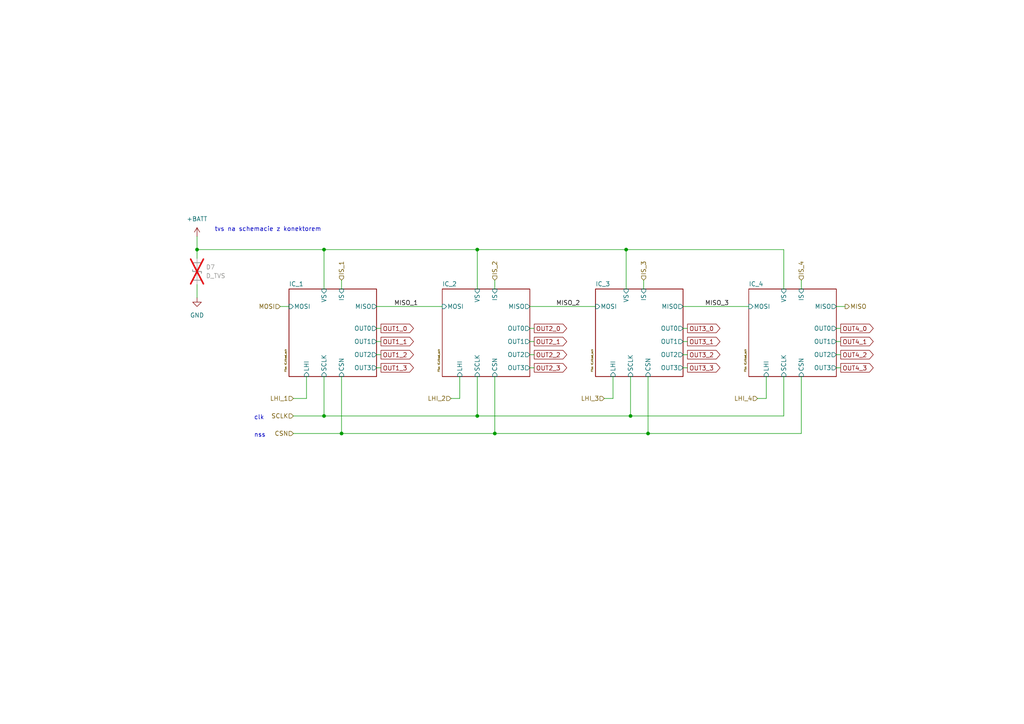
<source format=kicad_sch>
(kicad_sch (version 20231120) (generator "eeschema") (generator_version "8.0")
  (paper "A4")
  (lib_symbols
    (symbol "Device:D_TVS" (pin_numbers hide) (pin_names (offset 1.016) hide)
      (property "Reference" "D" (at 0 2.54 0))
      (property "Value" "D_TVS" (at 0 -2.54 0))
      (symbol "D_TVS_0_1"
        (polyline (pts (xy 1.27 0) (xy -1.27 0)))
        (polyline (pts (xy 0.508 1.27) (xy 0 1.27) (xy 0 -1.27) (xy -0.508 -1.27)) (stroke (width 0.254)))
        (polyline (pts (xy -2.54 1.27) (xy -2.54 -1.27) (xy 2.54 1.27) (xy 2.54 -1.27) (xy -2.54 1.27)) (stroke (width 0.254)))
      )
      (symbol "D_TVS_1_1"
        (pin passive line (at -3.81 0 0) (length 2.54) (name "A1") (number "1"))
        (pin passive line (at 3.81 0 180) (length 2.54) (name "A2") (number "2"))
      )
    )
    (symbol "power:+BATT" (power) (pin_names (offset 0))
      (property "Value" "+BATT" (at 0 3.556 0))
      (symbol "+BATT_0_1"
        (polyline (pts (xy -0.762 1.27) (xy 0 2.54)))
        (polyline (pts (xy 0 0) (xy 0 2.54)))
        (polyline (pts (xy 0 2.54) (xy 0.762 1.27)))
      )
      (symbol "+BATT_1_1"
        (pin power_in line (at 0 0 90) (length 0) hide (name "+BATT") (number "1"))
      )
    )
    (symbol "power:GND" (power) (pin_names (offset 0))
      (property "Value" "GND" (at 0 -3.81 0))
      (symbol "GND_0_1"
        (polyline (pts (xy 0 0) (xy 0 -1.27) (xy 1.27 -1.27) (xy 0 -2.54) (xy -1.27 -1.27) (xy 0 -1.27)))
      )
      (symbol "GND_1_1"
        (pin power_in line (at 0 0 270) (length 0) hide (name "GND") (number "1"))
      )
    )
  )
  (junction (at 93.98 72.39))
  (junction (at 57.15 72.39))
  (junction (at 138.43 72.39))
  (junction (at 93.98 120.65))
  (junction (at 181.61 72.39))
  (junction (at 143.51 125.73))
  (junction (at 99.06 125.73))
  (junction (at 187.96 125.73))
  (junction (at 138.43 120.65))
  (junction (at 182.88 120.65))
  (wire (pts (xy 57.15 72.39) (xy 93.98 72.39)))
  (wire (pts (xy 198.12 88.9) (xy 217.17 88.9)))
  (wire (pts (xy 181.61 72.39) (xy 227.33 72.39)))
  (wire (pts (xy 232.41 81.28) (xy 232.41 83.82)))
  (wire (pts (xy 138.43 120.65) (xy 182.88 120.65)))
  (wire (pts (xy 182.88 120.65) (xy 227.33 120.65)))
  (wire (pts (xy 138.43 72.39) (xy 138.43 83.82)))
  (wire (pts (xy 242.57 95.25) (xy 243.84 95.25)))
  (wire (pts (xy 109.22 88.9) (xy 128.27 88.9)))
  (wire (pts (xy 93.98 72.39) (xy 93.98 83.82)))
  (wire (pts (xy 153.67 99.06) (xy 154.94 99.06)))
  (wire (pts (xy 242.57 106.68) (xy 243.84 106.68)))
  (wire (pts (xy 143.51 81.28) (xy 143.51 83.82)))
  (wire (pts (xy 85.09 125.73) (xy 99.06 125.73)))
  (wire (pts (xy 57.15 68.58) (xy 57.15 72.39)))
  (wire (pts (xy 109.22 106.68) (xy 110.49 106.68)))
  (wire (pts (xy 99.06 109.22) (xy 99.06 125.73)))
  (wire (pts (xy 143.51 109.22) (xy 143.51 125.73)))
  (wire (pts (xy 85.09 120.65) (xy 93.98 120.65)))
  (wire (pts (xy 187.96 125.73) (xy 232.41 125.73)))
  (wire (pts (xy 242.57 99.06) (xy 243.84 99.06)))
  (wire (pts (xy 99.06 125.73) (xy 143.51 125.73)))
  (wire (pts (xy 109.22 102.87) (xy 110.49 102.87)))
  (wire (pts (xy 109.22 95.25) (xy 110.49 95.25)))
  (wire (pts (xy 88.9 115.57) (xy 88.9 109.22)))
  (wire (pts (xy 93.98 120.65) (xy 138.43 120.65)))
  (wire (pts (xy 186.69 81.28) (xy 186.69 83.82)))
  (wire (pts (xy 198.12 99.06) (xy 199.39 99.06)))
  (wire (pts (xy 175.26 115.57) (xy 177.8 115.57)))
  (wire (pts (xy 222.25 115.57) (xy 222.25 109.22)))
  (wire (pts (xy 182.88 109.22) (xy 182.88 120.65)))
  (wire (pts (xy 153.67 88.9) (xy 172.72 88.9)))
  (wire (pts (xy 227.33 109.22) (xy 227.33 120.65)))
  (wire (pts (xy 198.12 102.87) (xy 199.39 102.87)))
  (wire (pts (xy 99.06 81.28) (xy 99.06 83.82)))
  (wire (pts (xy 138.43 109.22) (xy 138.43 120.65)))
  (wire (pts (xy 181.61 72.39) (xy 181.61 83.82)))
  (wire (pts (xy 81.28 88.9) (xy 83.82 88.9)))
  (wire (pts (xy 143.51 125.73) (xy 187.96 125.73)))
  (wire (pts (xy 93.98 109.22) (xy 93.98 120.65)))
  (wire (pts (xy 153.67 102.87) (xy 154.94 102.87)))
  (wire (pts (xy 242.57 88.9) (xy 245.11 88.9)))
  (wire (pts (xy 109.22 99.06) (xy 110.49 99.06)))
  (wire (pts (xy 133.35 115.57) (xy 133.35 109.22)))
  (wire (pts (xy 138.43 72.39) (xy 181.61 72.39)))
  (wire (pts (xy 153.67 95.25) (xy 154.94 95.25)))
  (wire (pts (xy 187.96 109.22) (xy 187.96 125.73)))
  (wire (pts (xy 219.71 115.57) (xy 222.25 115.57)))
  (wire (pts (xy 130.81 115.57) (xy 133.35 115.57)))
  (wire (pts (xy 93.98 72.39) (xy 138.43 72.39)))
  (wire (pts (xy 85.09 115.57) (xy 88.9 115.57)))
  (wire (pts (xy 198.12 106.68) (xy 199.39 106.68)))
  (wire (pts (xy 153.67 106.68) (xy 154.94 106.68)))
  (wire (pts (xy 198.12 95.25) (xy 199.39 95.25)))
  (wire (pts (xy 57.15 72.39) (xy 57.15 74.93)))
  (wire (pts (xy 177.8 115.57) (xy 177.8 109.22)))
  (wire (pts (xy 57.15 82.55) (xy 57.15 86.36)))
  (wire (pts (xy 232.41 109.22) (xy 232.41 125.73)))
  (wire (pts (xy 227.33 72.39) (xy 227.33 83.82)))
  (wire (pts (xy 242.57 102.87) (xy 243.84 102.87)))
  (text "nss" (at 73.66 127 0) (effects (font (size 1.27 1.27)) (justify left bottom)))
  (text "clk" (at 73.66 121.92 0) (effects (font (size 1.27 1.27)) (justify left bottom)))
  (text "tvs na schemacie z konektorem" (at 62.23 67.31 0) (effects (font (size 1.27 1.27)) (justify left bottom)))
  (label "MISO_3" (at 204.47 88.9 0))
  (label "MISO_2" (at 161.29 88.9 0))
  (label "MISO_1" (at 114.3 88.9 0))
  (global_label "OUT3_3" (shape output) (at 199.39 106.68 0) (property "Intersheetrefs" "${INTERSHEET_REFS}" (effects (hide yes))))
  (global_label "OUT2_0" (shape output) (at 154.94 95.25 0) (property "Intersheetrefs" "${INTERSHEET_REFS}" (effects (hide yes))))
  (global_label "OUT3_2" (shape output) (at 199.39 102.87 0) (property "Intersheetrefs" "${INTERSHEET_REFS}" (effects (hide yes))))
  (global_label "OUT1_1" (shape output) (at 110.49 99.06 0) (property "Intersheetrefs" "${INTERSHEET_REFS}" (effects (hide yes))))
  (global_label "OUT2_2" (shape output) (at 154.94 102.87 0) (property "Intersheetrefs" "${INTERSHEET_REFS}" (effects (hide yes))))
  (global_label "OUT4_2" (shape output) (at 243.84 102.87 0) (property "Intersheetrefs" "${INTERSHEET_REFS}" (effects (hide yes))))
  (global_label "OUT4_0" (shape output) (at 243.84 95.25 0) (property "Intersheetrefs" "${INTERSHEET_REFS}" (effects (hide yes))))
  (global_label "OUT3_1" (shape output) (at 199.39 99.06 0) (property "Intersheetrefs" "${INTERSHEET_REFS}" (effects (hide yes))))
  (global_label "OUT3_0" (shape output) (at 199.39 95.25 0) (property "Intersheetrefs" "${INTERSHEET_REFS}" (effects (hide yes))))
  (global_label "OUT1_0" (shape output) (at 110.49 95.25 0) (property "Intersheetrefs" "${INTERSHEET_REFS}" (effects (hide yes))))
  (global_label "OUT1_3" (shape output) (at 110.49 106.68 0) (property "Intersheetrefs" "${INTERSHEET_REFS}" (effects (hide yes))))
  (global_label "OUT1_2" (shape output) (at 110.49 102.87 0) (property "Intersheetrefs" "${INTERSHEET_REFS}" (effects (hide yes))))
  (global_label "OUT2_1" (shape output) (at 154.94 99.06 0) (property "Intersheetrefs" "${INTERSHEET_REFS}" (effects (hide yes))))
  (global_label "OUT4_3" (shape output) (at 243.84 106.68 0) (property "Intersheetrefs" "${INTERSHEET_REFS}" (effects (hide yes))))
  (global_label "OUT4_1" (shape output) (at 243.84 99.06 0) (property "Intersheetrefs" "${INTERSHEET_REFS}" (effects (hide yes))))
  (global_label "OUT2_3" (shape output) (at 154.94 106.68 0) (property "Intersheetrefs" "${INTERSHEET_REFS}" (effects (hide yes))))
  (hierarchical_label "SCLK" (shape input) (at 85.09 120.65 180))
  (hierarchical_label "IS_4" (shape input) (at 232.41 81.28 90))
  (hierarchical_label "LHI_2" (shape input) (at 130.81 115.57 180))
  (hierarchical_label "LHI_3" (shape input) (at 175.26 115.57 180))
  (hierarchical_label "LHI_1" (shape input) (at 85.09 115.57 180))
  (hierarchical_label "IS_1" (shape input) (at 99.06 81.28 90))
  (hierarchical_label "IS_3" (shape input) (at 186.69 81.28 90))
  (hierarchical_label "IS_2" (shape input) (at 143.51 81.28 90))
  (hierarchical_label "LHI_4" (shape input) (at 219.71 115.57 180))
  (hierarchical_label "MOSI" (shape input) (at 81.28 88.9 180))
  (hierarchical_label "CSN" (shape input) (at 85.09 125.73 180))
  (hierarchical_label "MISO" (shape output) (at 245.11 88.9 0))
  (symbol (lib_id "power:+BATT") (at 57.15 68.58 0) (unit 1)
    (property "Reference" "#PWR015" (effects (hide yes)))
    (property "Value" "+BATT" (at 57.15 63.5 0))
  )
  (symbol (lib_id "power:GND") (at 57.15 86.36 0) (unit 1)
    (property "Reference" "#PWR016" (effects (hide yes)))
    (property "Value" "GND" (at 57.15 91.44 0))
  )
  (symbol (lib_id "Device:D_TVS") (at 57.15 78.74 90) (unit 1) (on_board no) (dnp yes)
    (property "Reference" "D7" (at 59.69 77.47 90) (effects (justify right)))
    (property "Value" "D_TVS" (at 59.69 80.01 90) (effects (justify right)))
  )
  (sheet (at 83.82 83.82) (size 25.4 25.4) (stroke (width 0.1524))
    (property "Sheetname" "IC_1" (at 83.82 83.1084 0) (effects (justify left bottom)))
    (property "Sheetfile" "IC.kicad_sch" (at 82.55 107.95 90) (effects (font (size 0.5 0.5)) (justify left top)))
    (pin "MISO" output (at 109.22 88.9 0))
    (pin "MOSI" input (at 83.82 88.9 180))
    (pin "SCLK" input (at 93.98 109.22 270))
    (pin "CSN" input (at 99.06 109.22 270))
    (pin "VS" input (at 93.98 83.82 90))
    (pin "OUT2" output (at 109.22 102.87 0))
    (pin "OUT3" output (at 109.22 106.68 0))
    (pin "OUT0" output (at 109.22 95.25 0))
    (pin "OUT1" output (at 109.22 99.06 0))
    (pin "IS" input (at 99.06 83.82 90))
    (pin "LHI" input (at 88.9 109.22 270))
  )
  (sheet (at 217.17 83.82) (size 25.4 25.4) (stroke (width 0.1524))
    (property "Sheetname" "IC_4" (at 217.17 83.1084 0) (effects (justify left bottom)))
    (property "Sheetfile" "IC.kicad_sch" (at 215.9 107.95 90) (effects (font (size 0.5 0.5)) (justify left top)))
    (pin "MISO" output (at 242.57 88.9 0))
    (pin "MOSI" input (at 217.17 88.9 180))
    (pin "SCLK" input (at 227.33 109.22 270))
    (pin "CSN" input (at 232.41 109.22 270))
    (pin "VS" input (at 227.33 83.82 90))
    (pin "OUT2" output (at 242.57 102.87 0))
    (pin "OUT3" output (at 242.57 106.68 0))
    (pin "OUT0" output (at 242.57 95.25 0))
    (pin "OUT1" output (at 242.57 99.06 0))
    (pin "IS" input (at 232.41 83.82 90))
    (pin "LHI" input (at 222.25 109.22 270))
  )
  (sheet (at 128.27 83.82) (size 25.4 25.4) (stroke (width 0.1524))
    (property "Sheetname" "IC_2" (at 128.27 83.1084 0) (effects (justify left bottom)))
    (property "Sheetfile" "IC.kicad_sch" (at 127 107.95 90) (effects (font (size 0.5 0.5)) (justify left top)))
    (pin "MISO" output (at 153.67 88.9 0))
    (pin "MOSI" input (at 128.27 88.9 180))
    (pin "SCLK" input (at 138.43 109.22 270))
    (pin "CSN" input (at 143.51 109.22 270))
    (pin "VS" input (at 138.43 83.82 90))
    (pin "OUT2" output (at 153.67 102.87 0))
    (pin "OUT3" output (at 153.67 106.68 0))
    (pin "OUT0" output (at 153.67 95.25 0))
    (pin "OUT1" output (at 153.67 99.06 0))
    (pin "IS" input (at 143.51 83.82 90))
    (pin "LHI" input (at 133.35 109.22 270))
  )
  (sheet (at 172.72 83.82) (size 25.4 25.4) (stroke (width 0.1524))
    (property "Sheetname" "IC_3" (at 172.72 83.1084 0) (effects (justify left bottom)))
    (property "Sheetfile" "IC.kicad_sch" (at 171.45 107.95 90) (effects (font (size 0.5 0.5)) (justify left top)))
    (pin "MISO" output (at 198.12 88.9 0))
    (pin "MOSI" input (at 172.72 88.9 180))
    (pin "SCLK" input (at 182.88 109.22 270))
    (pin "CSN" input (at 187.96 109.22 270))
    (pin "VS" input (at 181.61 83.82 90))
    (pin "OUT2" output (at 198.12 102.87 0))
    (pin "OUT3" output (at 198.12 106.68 0))
    (pin "OUT0" output (at 198.12 95.25 0))
    (pin "OUT1" output (at 198.12 99.06 0))
    (pin "IS" input (at 186.69 83.82 90))
    (pin "LHI" input (at 177.8 109.22 270))
  )
)
</source>
